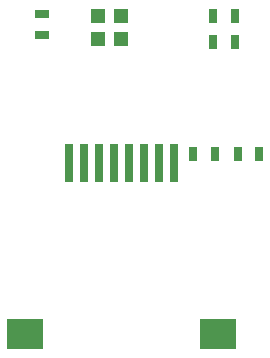
<source format=gbr>
G04 EAGLE Gerber RS-274X export*
G75*
%MOMM*%
%FSLAX34Y34*%
%LPD*%
%INSolderpaste Top*%
%IPPOS*%
%AMOC8*
5,1,8,0,0,1.08239X$1,22.5*%
G01*
%ADD10R,1.200000X0.800000*%
%ADD11R,0.800000X1.200000*%
%ADD12R,0.800000X3.200000*%
%ADD13R,3.120000X2.540000*%
%ADD14R,1.300000X1.300000*%


D10*
X32500Y291500D03*
X32500Y273500D03*
D11*
X198500Y172500D03*
X216500Y172500D03*
X161000Y172500D03*
X179000Y172500D03*
X178000Y267500D03*
X196000Y267500D03*
X178000Y290000D03*
X196000Y290000D03*
D12*
X144450Y165200D03*
X131750Y165200D03*
X119050Y165200D03*
X106350Y165200D03*
X93650Y165200D03*
X80950Y165200D03*
X68250Y165200D03*
X55550Y165200D03*
D13*
X181700Y20000D03*
X18300Y20000D03*
D14*
X80000Y270000D03*
X80000Y290000D03*
X100000Y290000D03*
X100000Y270000D03*
M02*

</source>
